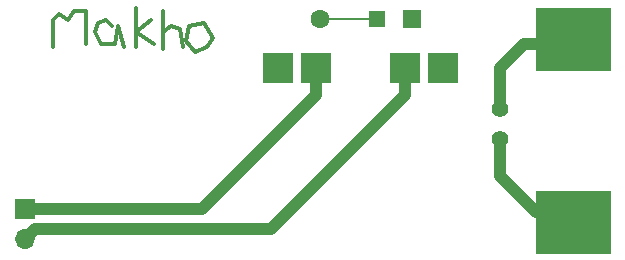
<source format=gtl>
G04 #@! TF.GenerationSoftware,KiCad,Pcbnew,(5.1.5)-2*
G04 #@! TF.CreationDate,2020-01-26T14:31:08-07:00*
G04 #@! TF.ProjectId,AGB_LIPO,4147425f-4c49-4504-9f2e-6b696361645f,rev?*
G04 #@! TF.SameCoordinates,Original*
G04 #@! TF.FileFunction,Copper,L1,Top*
G04 #@! TF.FilePolarity,Positive*
%FSLAX46Y46*%
G04 Gerber Fmt 4.6, Leading zero omitted, Abs format (unit mm)*
G04 Created by KiCad (PCBNEW (5.1.5)-2) date 2020-01-26 14:31:08*
%MOMM*%
%LPD*%
G04 APERTURE LIST*
%ADD10C,0.100000*%
%ADD11C,0.300000*%
%ADD12R,2.500000X2.500000*%
%ADD13C,1.400000*%
%ADD14R,4.000000X0.250000*%
%ADD15R,1.600000X1.600000*%
%ADD16C,1.600000*%
%ADD17R,1.340000X1.340000*%
%ADD18O,1.700000X1.700000*%
%ADD19R,1.700000X1.700000*%
%ADD20C,0.800000*%
%ADD21C,1.000000*%
G04 APERTURE END LIST*
D10*
G36*
X126500000Y-41250000D02*
G01*
X120250000Y-41250000D01*
X120250000Y-36000000D01*
X126500000Y-36000000D01*
X126500000Y-41250000D01*
G37*
X126500000Y-41250000D02*
X120250000Y-41250000D01*
X120250000Y-36000000D01*
X126500000Y-36000000D01*
X126500000Y-41250000D01*
G36*
X126500000Y-25750000D02*
G01*
X120250000Y-25750000D01*
X120250000Y-20500000D01*
X126500000Y-20500000D01*
X126500000Y-25750000D01*
G37*
X126500000Y-25750000D02*
X120250000Y-25750000D01*
X120250000Y-20500000D01*
X126500000Y-20500000D01*
X126500000Y-25750000D01*
D11*
X81150000Y-20750000D02*
X82150000Y-20750000D01*
X79400000Y-23750000D02*
X79400000Y-21500000D01*
X79400000Y-21500000D02*
X79900000Y-21000000D01*
X79900000Y-21000000D02*
X80650000Y-21500000D01*
X80650000Y-21500000D02*
X81150000Y-20750000D01*
X82150000Y-20750000D02*
X82150000Y-23500000D01*
X84400000Y-22000000D02*
X83900000Y-21500000D01*
X83900000Y-21500000D02*
X83150000Y-21750000D01*
X83150000Y-21750000D02*
X82900000Y-22500000D01*
X82900000Y-22500000D02*
X83400000Y-23500000D01*
X83400000Y-23500000D02*
X84650000Y-23500000D01*
X84650000Y-23500000D02*
X84900000Y-22000000D01*
X84900000Y-22000000D02*
X85400000Y-23750000D01*
X86400000Y-20500000D02*
X86400000Y-23750000D01*
X87650000Y-21500000D02*
X86400000Y-22500000D01*
X86400000Y-22500000D02*
X87900000Y-23500000D01*
X88650000Y-20750000D02*
X88650000Y-24000000D01*
X88650000Y-22500000D02*
X89400000Y-22000000D01*
X89400000Y-22000000D02*
X90150000Y-22250000D01*
X90150000Y-22250000D02*
X90400000Y-23750000D01*
X92150000Y-21750000D02*
X90900000Y-22000000D01*
X90900000Y-22000000D02*
X90650000Y-23250000D01*
X90650000Y-23250000D02*
X91400000Y-24250000D01*
X91400000Y-24250000D02*
X92400000Y-23750000D01*
X92400000Y-23750000D02*
X92900000Y-23000000D01*
X92900000Y-23000000D02*
X92150000Y-21750000D01*
D12*
X109150000Y-25600000D03*
X101650000Y-25600000D03*
X98400000Y-25600000D03*
X112400000Y-25600000D03*
D13*
X117200000Y-29060000D03*
X117200000Y-31600000D03*
D14*
X104400000Y-21400000D03*
D15*
X109800000Y-21400000D03*
D16*
X102000000Y-21400000D03*
D17*
X106810000Y-21400000D03*
D18*
X77000000Y-40040000D03*
D19*
X77000000Y-37500000D03*
D20*
X122150000Y-21100000D03*
X120900000Y-23750000D03*
X125900000Y-25100000D03*
X124650000Y-25100000D03*
X122150000Y-22450000D03*
X125900000Y-23750000D03*
X124650000Y-21100000D03*
X124650000Y-22450000D03*
X125900000Y-21100000D03*
X122150000Y-25100000D03*
X120900000Y-21100000D03*
X125900000Y-22450000D03*
X123400000Y-25100000D03*
X120900000Y-25100000D03*
X120900000Y-22450000D03*
X124650000Y-23750000D03*
X123400000Y-23750000D03*
X123400000Y-21100000D03*
X122150000Y-23750000D03*
X123400000Y-22450000D03*
X122150000Y-36600000D03*
X120900000Y-39250000D03*
X125900000Y-40600000D03*
X124650000Y-40600000D03*
X122150000Y-37950000D03*
X125900000Y-39250000D03*
X124650000Y-36600000D03*
X124650000Y-37950000D03*
X125900000Y-36600000D03*
X122150000Y-40600000D03*
X120900000Y-36600000D03*
X125900000Y-37950000D03*
X123400000Y-40600000D03*
X120900000Y-40600000D03*
X120900000Y-37950000D03*
X124650000Y-39250000D03*
X123400000Y-39250000D03*
X123400000Y-36600000D03*
X122150000Y-39250000D03*
X123400000Y-37950000D03*
D21*
X97809999Y-39190001D02*
X109150000Y-27850000D01*
X109150000Y-27850000D02*
X109150000Y-25600000D01*
X77849999Y-39190001D02*
X97809999Y-39190001D01*
X77000000Y-40040000D02*
X77849999Y-39190001D01*
X101650000Y-27850000D02*
X101650000Y-25600000D01*
X92000000Y-37500000D02*
X101650000Y-27850000D01*
X77000000Y-37500000D02*
X92000000Y-37500000D01*
X117200000Y-29060000D02*
X117200000Y-25550000D01*
X117200000Y-25550000D02*
X119250000Y-23500000D01*
X119250000Y-23500000D02*
X122500000Y-23500000D01*
X117200000Y-31600000D02*
X117200000Y-34700000D01*
X117200000Y-34700000D02*
X120250000Y-37750000D01*
M02*

</source>
